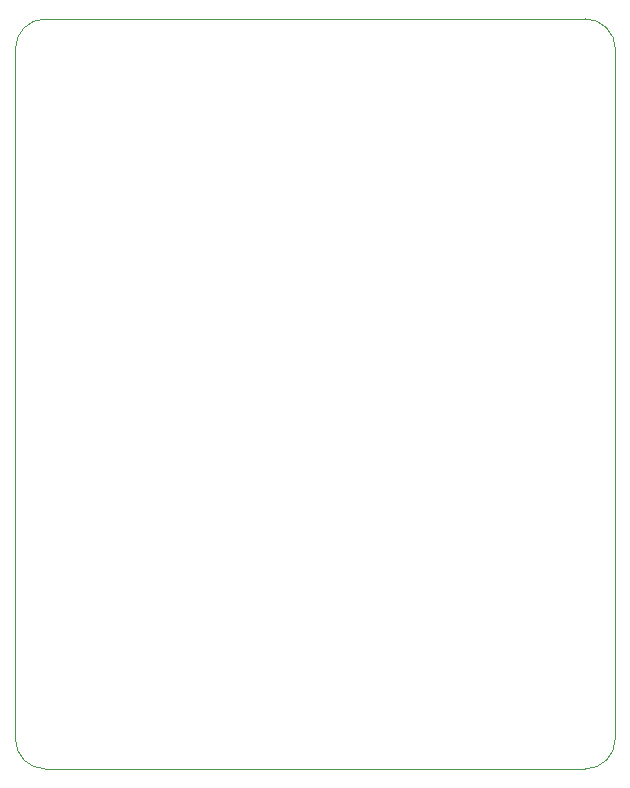
<source format=gm1>
%TF.GenerationSoftware,KiCad,Pcbnew,8.0.2*%
%TF.CreationDate,2024-05-24T11:04:59-04:00*%
%TF.ProjectId,Traffic_Light_PCBv02,54726166-6669-4635-9f4c-696768745f50,v02*%
%TF.SameCoordinates,Original*%
%TF.FileFunction,Profile,NP*%
%FSLAX46Y46*%
G04 Gerber Fmt 4.6, Leading zero omitted, Abs format (unit mm)*
G04 Created by KiCad (PCBNEW 8.0.2) date 2024-05-24 11:04:59*
%MOMM*%
%LPD*%
G01*
G04 APERTURE LIST*
%TA.AperFunction,Profile*%
%ADD10C,0.050000*%
%TD*%
G04 APERTURE END LIST*
D10*
X117094000Y-58420000D02*
X162814000Y-58420000D01*
X114554000Y-119380000D02*
X114554000Y-60960000D01*
X162814000Y-121920000D02*
X117094000Y-121920000D01*
X165354000Y-60960000D02*
X165354000Y-119380000D01*
X165354000Y-119380000D02*
G75*
G02*
X162814000Y-121920000I-2540000J0D01*
G01*
X117094000Y-121920000D02*
G75*
G02*
X114554000Y-119380000I0J2540000D01*
G01*
X114554000Y-60960000D02*
G75*
G02*
X117094000Y-58420000I2540000J0D01*
G01*
X162814000Y-58420000D02*
G75*
G02*
X165354000Y-60960000I0J-2540000D01*
G01*
M02*

</source>
